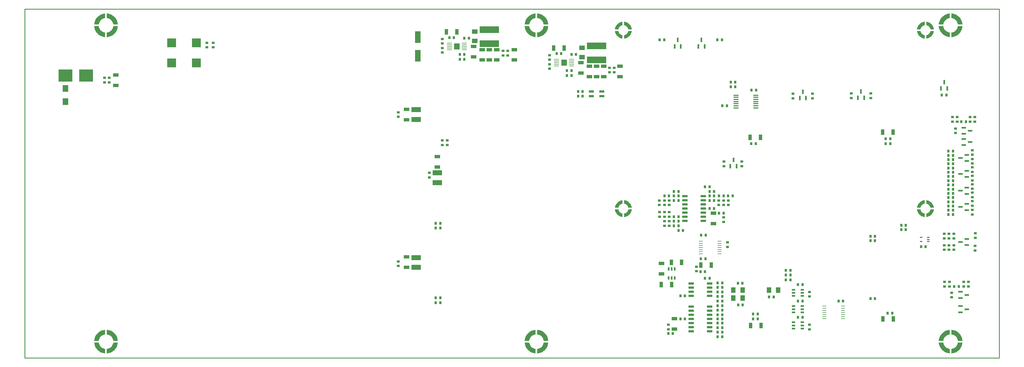
<source format=gtp>
G04 Layer_Color=10723209*
%FSLAX43Y43*%
%MOMM*%
G71*
G01*
G75*
%ADD10R,2.700X2.700*%
%ADD11O,0.800X0.400*%
%ADD13R,6.000X2.000*%
%ADD14R,1.000X0.600*%
%ADD15R,0.600X1.350*%
%ADD16R,1.800X1.340*%
%ADD17R,1.340X1.800*%
%ADD18R,1.800X2.000*%
%ADD19R,0.800X0.900*%
%ADD21R,4.240X3.810*%
%ADD22R,1.800X3.550*%
G04:AMPARAMS|DCode=24|XSize=0.65mm|YSize=1.65mm|CornerRadius=0.049mm|HoleSize=0mm|Usage=FLASHONLY|Rotation=270.000|XOffset=0mm|YOffset=0mm|HoleType=Round|Shape=RoundedRectangle|*
%AMROUNDEDRECTD24*
21,1,0.650,1.552,0,0,270.0*
21,1,0.552,1.650,0,0,270.0*
1,1,0.098,-0.776,-0.276*
1,1,0.098,-0.776,0.276*
1,1,0.098,0.776,0.276*
1,1,0.098,0.776,-0.276*
%
%ADD24ROUNDEDRECTD24*%
%ADD25R,2.900X1.500*%
%ADD26R,1.700X1.000*%
%ADD27R,1.600X0.800*%
G04:AMPARAMS|DCode=29|XSize=1.73mm|YSize=1.9mm|CornerRadius=0.052mm|HoleSize=0mm|Usage=FLASHONLY|Rotation=0.000|XOffset=0mm|YOffset=0mm|HoleType=Round|Shape=RoundedRectangle|*
%AMROUNDEDRECTD29*
21,1,1.730,1.796,0,0,0.0*
21,1,1.626,1.900,0,0,0.0*
1,1,0.104,0.813,-0.898*
1,1,0.104,-0.813,-0.898*
1,1,0.104,-0.813,0.898*
1,1,0.104,0.813,0.898*
%
%ADD29ROUNDEDRECTD29*%
%ADD30R,0.600X1.000*%
%ADD31R,0.900X0.800*%
%ADD32R,1.350X0.600*%
%ADD33R,1.000X1.700*%
%ADD42C,0.254*%
%ADD81O,1.300X0.250*%
G04:AMPARAMS|DCode=82|XSize=0.35mm|YSize=1.5mm|CornerRadius=0mm|HoleSize=0mm|Usage=FLASHONLY|Rotation=90.000|XOffset=0mm|YOffset=0mm|HoleType=Round|Shape=RoundedRectangle|*
%AMROUNDEDRECTD82*
21,1,0.350,1.500,0,0,90.0*
21,1,0.350,1.500,0,0,90.0*
1,1,0.000,0.750,0.175*
1,1,0.000,0.750,-0.175*
1,1,0.000,-0.750,-0.175*
1,1,0.000,-0.750,0.175*
%
%ADD82ROUNDEDRECTD82*%
G04:AMPARAMS|DCode=83|XSize=0.2mm|YSize=1.45mm|CornerRadius=0mm|HoleSize=0mm|Usage=FLASHONLY|Rotation=90.000|XOffset=0mm|YOffset=0mm|HoleType=Round|Shape=RoundedRectangle|*
%AMROUNDEDRECTD83*
21,1,0.200,1.450,0,0,90.0*
21,1,0.200,1.450,0,0,90.0*
1,1,0.000,0.725,0.100*
1,1,0.000,0.725,-0.100*
1,1,0.000,-0.725,-0.100*
1,1,0.000,-0.725,0.100*
%
%ADD83ROUNDEDRECTD83*%
G36*
X186838Y45750D02*
X186816Y45527D01*
X186697Y45094D01*
X186506Y44688D01*
X186247Y44320D01*
X185930Y44003D01*
X185562Y43744D01*
X185156Y43553D01*
X184723Y43434D01*
X184500Y43412D01*
X184500D01*
Y44471D01*
X184500Y44470D01*
X184618Y44494D01*
X184848Y44570D01*
X185062Y44680D01*
X185257Y44822D01*
X185428Y44993D01*
X185570Y45188D01*
X185680Y45402D01*
X185756Y45632D01*
X185780Y45750D01*
Y45750D01*
Y45750D01*
X186838Y45750D01*
D02*
G37*
G36*
X279838D02*
X279816Y45527D01*
X279697Y45094D01*
X279506Y44688D01*
X279247Y44320D01*
X278930Y44003D01*
X278562Y43744D01*
X278156Y43553D01*
X277723Y43434D01*
X277500Y43412D01*
X277500D01*
Y44471D01*
X277500Y44470D01*
X277618Y44494D01*
X277848Y44570D01*
X278062Y44680D01*
X278257Y44822D01*
X278428Y44993D01*
X278570Y45188D01*
X278680Y45402D01*
X278756Y45632D01*
X278780Y45750D01*
Y45750D01*
Y45750D01*
X279838Y45750D01*
D02*
G37*
G36*
X275720Y45750D02*
X275744Y45632D01*
X275820Y45402D01*
X275930Y45188D01*
X276072Y44993D01*
X276243Y44822D01*
X276438Y44680D01*
X276652Y44570D01*
X276882Y44494D01*
X277000Y44470D01*
X277000Y44470D01*
X277000D01*
X277000Y43412D01*
X276777Y43434D01*
X276344Y43553D01*
X275938Y43744D01*
X275570Y44003D01*
X275253Y44320D01*
X274994Y44688D01*
X274803Y45094D01*
X274684Y45527D01*
X274662Y45750D01*
Y45750D01*
X275721D01*
X275720Y45750D01*
D02*
G37*
G36*
X157250Y8641D02*
Y7236D01*
X157250D01*
Y7236D01*
X157063Y7207D01*
X156699Y7103D01*
X156358Y6938D01*
X156049Y6719D01*
X155781Y6452D01*
X155562Y6143D01*
X155398Y5801D01*
X155293Y5437D01*
X155264Y5250D01*
Y5250D01*
X153859D01*
X153874Y5468D01*
X153955Y5897D01*
X154087Y6313D01*
X154268Y6710D01*
X154495Y7083D01*
X154765Y7427D01*
X155074Y7735D01*
X155417Y8005D01*
X155790Y8232D01*
X156187Y8413D01*
X156603Y8545D01*
X157032Y8626D01*
X157250Y8641D01*
D01*
X157250D01*
X157250D01*
D02*
G37*
G36*
X182720Y45750D02*
X182744Y45632D01*
X182820Y45402D01*
X182930Y45188D01*
X183072Y44993D01*
X183243Y44822D01*
X183438Y44680D01*
X183652Y44570D01*
X183882Y44494D01*
X184000Y44470D01*
X184000Y44470D01*
X184000D01*
X184000Y43412D01*
X183777Y43434D01*
X183344Y43553D01*
X182938Y43744D01*
X182570Y44003D01*
X182253Y44320D01*
X181994Y44688D01*
X181803Y45094D01*
X181684Y45527D01*
X181662Y45750D01*
Y45750D01*
X182721D01*
X182720Y45750D01*
D02*
G37*
G36*
X277000Y47529D02*
X277000Y47530D01*
X276882Y47506D01*
X276652Y47430D01*
X276438Y47320D01*
X276243Y47178D01*
X276072Y47007D01*
X275930Y46812D01*
X275820Y46598D01*
X275744Y46368D01*
X275720Y46250D01*
X275720D01*
Y46250D01*
X274662D01*
X274684Y46473D01*
X274803Y46906D01*
X274994Y47312D01*
X275253Y47680D01*
X275570Y47997D01*
X275938Y48256D01*
X276344Y48447D01*
X276777Y48566D01*
X277000Y48588D01*
Y48588D01*
X277000D01*
Y47529D01*
D02*
G37*
G36*
X182720Y100750D02*
X182744Y100632D01*
X182820Y100402D01*
X182930Y100188D01*
X183072Y99993D01*
X183243Y99822D01*
X183438Y99680D01*
X183652Y99570D01*
X183882Y99494D01*
X184000Y99470D01*
X184000Y99470D01*
X184000D01*
X184000Y98412D01*
X183777Y98434D01*
X183344Y98553D01*
X182938Y98744D01*
X182570Y99003D01*
X182253Y99320D01*
X181994Y99687D01*
X181803Y100094D01*
X181684Y100527D01*
X181662Y100750D01*
Y100750D01*
X182721D01*
X182720Y100750D01*
D02*
G37*
G36*
X184000Y47529D02*
X184000Y47530D01*
X183882Y47506D01*
X183652Y47430D01*
X183438Y47320D01*
X183243Y47178D01*
X183072Y47007D01*
X182930Y46812D01*
X182820Y46598D01*
X182744Y46368D01*
X182720Y46250D01*
X182720D01*
Y46250D01*
X181662D01*
X181684Y46473D01*
X181803Y46906D01*
X181994Y47312D01*
X182253Y47680D01*
X182570Y47997D01*
X182938Y48256D01*
X183344Y48447D01*
X183777Y48566D01*
X184000Y48588D01*
Y48588D01*
X184000D01*
Y47529D01*
D02*
G37*
G36*
X184723Y48566D02*
X185156Y48447D01*
X185562Y48256D01*
X185930Y47997D01*
X186247Y47680D01*
X186506Y47312D01*
X186697Y46906D01*
X186816Y46473D01*
X186838Y46250D01*
X186838Y46250D01*
Y46250D01*
X185779D01*
X185780Y46250D01*
X185756Y46368D01*
X185680Y46598D01*
X185570Y46812D01*
X185428Y47007D01*
X185257Y47178D01*
X185062Y47320D01*
X184848Y47430D01*
X184618Y47506D01*
X184500Y47530D01*
X184500D01*
Y48588D01*
X184723Y48566D01*
D02*
G37*
G36*
X277723D02*
X278156Y48447D01*
X278562Y48256D01*
X278930Y47997D01*
X279247Y47680D01*
X279506Y47312D01*
X279697Y46906D01*
X279816Y46473D01*
X279838Y46250D01*
X279838Y46250D01*
Y46250D01*
X278779D01*
X278780Y46250D01*
X278756Y46368D01*
X278680Y46598D01*
X278570Y46812D01*
X278428Y47007D01*
X278257Y47178D01*
X278062Y47320D01*
X277848Y47430D01*
X277618Y47506D01*
X277500Y47530D01*
X277500D01*
Y48588D01*
X277723Y48566D01*
D02*
G37*
G36*
X157968Y8626D02*
X158397Y8545D01*
X158813Y8413D01*
X159210Y8232D01*
X159583Y8005D01*
X159927Y7735D01*
X160235Y7426D01*
X160505Y7083D01*
X160732Y6710D01*
X160913Y6313D01*
X161045Y5897D01*
X161126Y5468D01*
X161141Y5250D01*
D01*
Y5250D01*
Y5250D01*
X159736D01*
Y5250D01*
X159736Y5250D01*
X159707Y5437D01*
X159603Y5801D01*
X159438Y6142D01*
X159219Y6451D01*
X158952Y6719D01*
X158643Y6938D01*
X158301Y7102D01*
X157937Y7207D01*
X157750Y7236D01*
X157750Y7236D01*
Y8641D01*
X157968Y8626D01*
D02*
G37*
G36*
X22793Y4563D02*
X22897Y4199D01*
X23062Y3858D01*
X23281Y3549D01*
X23548Y3281D01*
X23857Y3062D01*
X24199Y2898D01*
X24563Y2793D01*
X24750Y2764D01*
X24750D01*
Y1359D01*
X24750Y1359D01*
X24532Y1374D01*
X24103Y1455D01*
X23687Y1587D01*
X23290Y1768D01*
X22917Y1995D01*
X22573Y2265D01*
X22265Y2573D01*
X21995Y2917D01*
X21768Y3290D01*
X21587Y3687D01*
X21455Y4103D01*
X21374Y4532D01*
X21359Y4750D01*
X21359Y4750D01*
X22764D01*
Y4750D01*
X22793Y4563D01*
D02*
G37*
G36*
X282793D02*
X282897Y4199D01*
X283062Y3858D01*
X283281Y3549D01*
X283548Y3281D01*
X283857Y3062D01*
X284199Y2898D01*
X284563Y2793D01*
X284750Y2764D01*
X284750D01*
Y1359D01*
X284750Y1359D01*
X284532Y1374D01*
X284103Y1455D01*
X283687Y1587D01*
X283290Y1768D01*
X282917Y1995D01*
X282573Y2265D01*
X282265Y2573D01*
X281995Y2917D01*
X281768Y3290D01*
X281587Y3687D01*
X281455Y4103D01*
X281374Y4532D01*
X281359Y4750D01*
X281359Y4750D01*
X282764D01*
Y4750D01*
X282793Y4563D01*
D02*
G37*
G36*
X161141Y4750D02*
X161126Y4532D01*
X161045Y4103D01*
X160913Y3687D01*
X160732Y3290D01*
X160505Y2917D01*
X160235Y2573D01*
X159926Y2265D01*
X159583Y1995D01*
X159210Y1768D01*
X158813Y1587D01*
X158397Y1455D01*
X157968Y1374D01*
X157750Y1359D01*
X157750Y1359D01*
Y2764D01*
X157750D01*
X157937Y2793D01*
X158301Y2897D01*
X158642Y3062D01*
X158951Y3281D01*
X159219Y3548D01*
X159438Y3857D01*
X159602Y4199D01*
X159707Y4563D01*
X159736Y4750D01*
X159736Y4750D01*
X161141D01*
Y4750D01*
D02*
G37*
G36*
X28641Y4750D02*
X28626Y4532D01*
X28545Y4103D01*
X28413Y3687D01*
X28232Y3290D01*
X28005Y2917D01*
X27735Y2573D01*
X27427Y2265D01*
X27083Y1995D01*
X26710Y1768D01*
X26313Y1587D01*
X25897Y1455D01*
X25468Y1373D01*
X25250Y1359D01*
X25250Y1359D01*
Y2764D01*
X25250D01*
X25437Y2793D01*
X25801Y2897D01*
X26142Y3062D01*
X26451Y3281D01*
X26719Y3548D01*
X26938Y3857D01*
X27102Y4199D01*
X27207Y4563D01*
X27236Y4750D01*
X27236Y4750D01*
X28641D01*
Y4750D01*
D02*
G37*
G36*
X288641D02*
X288626Y4532D01*
X288545Y4103D01*
X288413Y3687D01*
X288232Y3290D01*
X288005Y2917D01*
X287735Y2573D01*
X287427Y2265D01*
X287083Y1995D01*
X286710Y1768D01*
X286313Y1587D01*
X285897Y1455D01*
X285468Y1373D01*
X285250Y1359D01*
X285250Y1359D01*
Y2764D01*
X285250D01*
X285437Y2793D01*
X285801Y2897D01*
X286142Y3062D01*
X286451Y3281D01*
X286719Y3548D01*
X286938Y3857D01*
X287102Y4199D01*
X287207Y4563D01*
X287236Y4750D01*
X287236Y4750D01*
X288641D01*
Y4750D01*
D02*
G37*
G36*
X24750Y8641D02*
Y7236D01*
X24750D01*
Y7236D01*
X24563Y7207D01*
X24199Y7102D01*
X23858Y6938D01*
X23549Y6719D01*
X23281Y6452D01*
X23062Y6143D01*
X22898Y5801D01*
X22793Y5437D01*
X22764Y5250D01*
Y5250D01*
X21359D01*
X21374Y5468D01*
X21455Y5897D01*
X21587Y6313D01*
X21768Y6710D01*
X21995Y7083D01*
X22265Y7427D01*
X22573Y7735D01*
X22917Y8005D01*
X23290Y8232D01*
X23687Y8413D01*
X24103Y8545D01*
X24532Y8626D01*
X24750Y8641D01*
D01*
X24750D01*
X24750D01*
D02*
G37*
G36*
X284750D02*
Y7236D01*
X284750D01*
Y7236D01*
X284563Y7207D01*
X284199Y7102D01*
X283858Y6938D01*
X283549Y6719D01*
X283281Y6452D01*
X283062Y6143D01*
X282898Y5801D01*
X282793Y5437D01*
X282764Y5250D01*
Y5250D01*
X281359D01*
X281374Y5468D01*
X281455Y5897D01*
X281587Y6313D01*
X281768Y6710D01*
X281995Y7083D01*
X282265Y7427D01*
X282573Y7735D01*
X282917Y8005D01*
X283290Y8232D01*
X283687Y8413D01*
X284103Y8545D01*
X284532Y8626D01*
X284750Y8641D01*
D01*
X284750D01*
X284750D01*
D02*
G37*
G36*
X285468Y8626D02*
X285897Y8545D01*
X286313Y8413D01*
X286710Y8232D01*
X287083Y8005D01*
X287427Y7735D01*
X287735Y7426D01*
X288005Y7083D01*
X288232Y6710D01*
X288413Y6313D01*
X288545Y5897D01*
X288626Y5468D01*
X288641Y5250D01*
D01*
Y5250D01*
Y5250D01*
X287236D01*
Y5250D01*
X287236Y5250D01*
X287207Y5437D01*
X287103Y5801D01*
X286938Y6142D01*
X286719Y6451D01*
X286452Y6719D01*
X286143Y6938D01*
X285801Y7102D01*
X285437Y7207D01*
X285250Y7236D01*
X285250Y7236D01*
Y8641D01*
X285468Y8626D01*
D02*
G37*
G36*
X155293Y4563D02*
X155397Y4199D01*
X155562Y3858D01*
X155781Y3549D01*
X156048Y3281D01*
X156357Y3062D01*
X156699Y2898D01*
X157063Y2793D01*
X157250Y2764D01*
X157250D01*
Y1359D01*
X157250Y1359D01*
X157032Y1374D01*
X156603Y1455D01*
X156187Y1587D01*
X155790Y1768D01*
X155417Y1995D01*
X155073Y2265D01*
X154765Y2573D01*
X154495Y2917D01*
X154268Y3290D01*
X154087Y3687D01*
X153955Y4103D01*
X153874Y4532D01*
X153859Y4750D01*
X153859Y4750D01*
X155264D01*
Y4750D01*
X155293Y4563D01*
D02*
G37*
G36*
X25468Y8626D02*
X25897Y8545D01*
X26313Y8413D01*
X26710Y8232D01*
X27083Y8005D01*
X27427Y7735D01*
X27735Y7426D01*
X28005Y7083D01*
X28232Y6710D01*
X28413Y6313D01*
X28545Y5897D01*
X28626Y5468D01*
X28641Y5250D01*
D01*
Y5250D01*
Y5250D01*
X27236D01*
Y5250D01*
X27236Y5250D01*
X27207Y5437D01*
X27103Y5801D01*
X26938Y6142D01*
X26719Y6451D01*
X26452Y6719D01*
X26143Y6938D01*
X25801Y7102D01*
X25437Y7207D01*
X25250Y7236D01*
X25250Y7236D01*
Y8641D01*
X25468Y8626D01*
D02*
G37*
G36*
X275720Y100750D02*
X275744Y100632D01*
X275820Y100402D01*
X275930Y100188D01*
X276072Y99993D01*
X276243Y99822D01*
X276438Y99680D01*
X276652Y99570D01*
X276882Y99494D01*
X277000Y99470D01*
X277000Y99470D01*
X277000D01*
X277000Y98412D01*
X276777Y98434D01*
X276344Y98553D01*
X275938Y98744D01*
X275570Y99003D01*
X275253Y99320D01*
X274994Y99687D01*
X274803Y100094D01*
X274684Y100527D01*
X274662Y100750D01*
Y100750D01*
X275721D01*
X275720Y100750D01*
D02*
G37*
G36*
X285468Y106126D02*
X285897Y106045D01*
X286313Y105913D01*
X286710Y105732D01*
X287083Y105505D01*
X287427Y105235D01*
X287735Y104926D01*
X288005Y104583D01*
X288232Y104210D01*
X288413Y103813D01*
X288545Y103397D01*
X288626Y102968D01*
X288641Y102750D01*
D01*
Y102750D01*
Y102750D01*
X287236D01*
Y102750D01*
X287236Y102750D01*
X287207Y102937D01*
X287103Y103301D01*
X286938Y103642D01*
X286719Y103951D01*
X286452Y104219D01*
X286143Y104438D01*
X285801Y104602D01*
X285437Y104707D01*
X285250Y104736D01*
X285250Y104736D01*
Y106141D01*
X285468Y106126D01*
D02*
G37*
G36*
X24750Y104736D02*
X24750D01*
Y104736D01*
X24563Y104707D01*
X24199Y104603D01*
X23858Y104438D01*
X23549Y104219D01*
X23281Y103952D01*
X23062Y103643D01*
X22898Y103301D01*
X22793Y102937D01*
X22764Y102750D01*
Y102750D01*
X21359D01*
X21374Y102968D01*
X21455Y103397D01*
X21587Y103813D01*
X21768Y104210D01*
X21995Y104583D01*
X22265Y104927D01*
X22573Y105235D01*
X22917Y105505D01*
X23290Y105732D01*
X23687Y105913D01*
X24103Y106045D01*
X24532Y106126D01*
X24750Y106141D01*
Y104736D01*
D02*
G37*
G36*
X157968Y106126D02*
X158397Y106045D01*
X158813Y105913D01*
X159210Y105732D01*
X159583Y105505D01*
X159927Y105235D01*
X160235Y104926D01*
X160505Y104583D01*
X160732Y104210D01*
X160913Y103813D01*
X161045Y103397D01*
X161126Y102968D01*
X161141Y102750D01*
D01*
Y102750D01*
Y102750D01*
X159736D01*
Y102750D01*
X159736Y102750D01*
X159707Y102937D01*
X159603Y103301D01*
X159438Y103642D01*
X159219Y103951D01*
X158952Y104219D01*
X158643Y104438D01*
X158301Y104602D01*
X157937Y104707D01*
X157750Y104736D01*
X157750Y104736D01*
Y106141D01*
X157968Y106126D01*
D02*
G37*
G36*
X277000Y102529D02*
X277000Y102530D01*
X276882Y102506D01*
X276652Y102430D01*
X276438Y102320D01*
X276243Y102178D01*
X276072Y102007D01*
X275930Y101812D01*
X275820Y101598D01*
X275744Y101368D01*
X275720Y101250D01*
X275720D01*
Y101250D01*
X274662D01*
X274684Y101473D01*
X274803Y101906D01*
X274994Y102312D01*
X275253Y102680D01*
X275570Y102997D01*
X275938Y103256D01*
X276344Y103447D01*
X276777Y103566D01*
X277000Y103588D01*
Y103588D01*
X277000D01*
Y102529D01*
D02*
G37*
G36*
X25468Y106126D02*
X25897Y106045D01*
X26313Y105913D01*
X26710Y105732D01*
X27083Y105505D01*
X27427Y105235D01*
X27735Y104926D01*
X28005Y104583D01*
X28232Y104210D01*
X28413Y103813D01*
X28545Y103397D01*
X28626Y102968D01*
X28641Y102750D01*
D01*
Y102750D01*
Y102750D01*
X27236D01*
Y102750D01*
X27236Y102750D01*
X27207Y102937D01*
X27103Y103301D01*
X26938Y103642D01*
X26719Y103951D01*
X26452Y104219D01*
X26143Y104438D01*
X25801Y104602D01*
X25437Y104707D01*
X25250Y104736D01*
X25250Y104736D01*
Y106141D01*
X25468Y106126D01*
D02*
G37*
G36*
X157250Y106141D02*
D01*
X157250D01*
X157250D01*
D02*
G37*
G36*
X284750D02*
D01*
X284750D01*
X284750D01*
D02*
G37*
G36*
X24750D02*
D01*
X24750D01*
X24750D01*
D02*
G37*
G36*
X157250Y104736D02*
X157250D01*
Y104736D01*
X157063Y104707D01*
X156699Y104603D01*
X156358Y104438D01*
X156049Y104219D01*
X155781Y103952D01*
X155562Y103643D01*
X155398Y103301D01*
X155293Y102937D01*
X155264Y102750D01*
Y102750D01*
X153859D01*
X153874Y102968D01*
X153955Y103397D01*
X154087Y103813D01*
X154268Y104210D01*
X154495Y104583D01*
X154765Y104927D01*
X155074Y105235D01*
X155417Y105505D01*
X155790Y105732D01*
X156187Y105913D01*
X156603Y106045D01*
X157032Y106126D01*
X157250Y106141D01*
Y104736D01*
D02*
G37*
G36*
X284750D02*
X284750D01*
Y104736D01*
X284563Y104707D01*
X284199Y104603D01*
X283858Y104438D01*
X283549Y104219D01*
X283281Y103952D01*
X283062Y103643D01*
X282898Y103301D01*
X282793Y102937D01*
X282764Y102750D01*
Y102750D01*
X281359D01*
X281374Y102968D01*
X281455Y103397D01*
X281587Y103813D01*
X281768Y104210D01*
X281995Y104583D01*
X282265Y104927D01*
X282573Y105235D01*
X282917Y105505D01*
X283290Y105732D01*
X283687Y105913D01*
X284103Y106045D01*
X284532Y106126D01*
X284750Y106141D01*
Y104736D01*
D02*
G37*
G36*
X184000Y102529D02*
X184000Y102530D01*
X183882Y102506D01*
X183652Y102430D01*
X183438Y102320D01*
X183243Y102178D01*
X183072Y102007D01*
X182930Y101812D01*
X182820Y101598D01*
X182744Y101368D01*
X182720Y101250D01*
X182720D01*
Y101250D01*
X181662D01*
X181684Y101473D01*
X181803Y101906D01*
X181994Y102312D01*
X182253Y102680D01*
X182570Y102997D01*
X182938Y103256D01*
X183344Y103447D01*
X183777Y103566D01*
X184000Y103588D01*
Y103588D01*
X184000D01*
Y102529D01*
D02*
G37*
G36*
X186838Y100750D02*
X186816Y100527D01*
X186697Y100094D01*
X186506Y99688D01*
X186247Y99320D01*
X185930Y99003D01*
X185562Y98744D01*
X185156Y98553D01*
X184723Y98434D01*
X184500Y98412D01*
X184500D01*
Y99471D01*
X184500Y99470D01*
X184618Y99494D01*
X184848Y99570D01*
X185062Y99680D01*
X185257Y99822D01*
X185428Y99993D01*
X185570Y100188D01*
X185680Y100402D01*
X185756Y100632D01*
X185780Y100750D01*
Y100750D01*
Y100750D01*
X186838Y100750D01*
D02*
G37*
G36*
X279838D02*
X279816Y100527D01*
X279697Y100094D01*
X279506Y99688D01*
X279247Y99320D01*
X278930Y99003D01*
X278562Y98744D01*
X278156Y98553D01*
X277723Y98434D01*
X277500Y98412D01*
X277500D01*
Y99471D01*
X277500Y99470D01*
X277618Y99494D01*
X277848Y99570D01*
X278062Y99680D01*
X278257Y99822D01*
X278428Y99993D01*
X278570Y100188D01*
X278680Y100402D01*
X278756Y100632D01*
X278780Y100750D01*
Y100750D01*
Y100750D01*
X279838Y100750D01*
D02*
G37*
G36*
X288641Y102250D02*
X288626Y102032D01*
X288545Y101603D01*
X288413Y101187D01*
X288232Y100790D01*
X288005Y100417D01*
X287735Y100073D01*
X287427Y99765D01*
X287083Y99495D01*
X286710Y99268D01*
X286313Y99087D01*
X285897Y98955D01*
X285468Y98874D01*
X285250Y98859D01*
X285250Y98859D01*
Y100264D01*
X285250D01*
X285437Y100293D01*
X285801Y100397D01*
X286142Y100562D01*
X286451Y100781D01*
X286719Y101048D01*
X286938Y101357D01*
X287102Y101699D01*
X287207Y102063D01*
X287236Y102250D01*
X287236Y102250D01*
X288641D01*
Y102250D01*
D02*
G37*
G36*
X28641D02*
X28626Y102032D01*
X28545Y101603D01*
X28413Y101187D01*
X28232Y100790D01*
X28005Y100417D01*
X27735Y100073D01*
X27427Y99765D01*
X27083Y99495D01*
X26710Y99268D01*
X26313Y99087D01*
X25897Y98955D01*
X25468Y98874D01*
X25250Y98859D01*
X25250Y98859D01*
Y100264D01*
X25250D01*
X25437Y100293D01*
X25801Y100397D01*
X26142Y100562D01*
X26451Y100781D01*
X26719Y101048D01*
X26938Y101357D01*
X27102Y101699D01*
X27207Y102063D01*
X27236Y102250D01*
X27236Y102250D01*
X28641D01*
Y102250D01*
D02*
G37*
G36*
X161141D02*
X161126Y102032D01*
X161045Y101603D01*
X160913Y101187D01*
X160732Y100790D01*
X160505Y100417D01*
X160235Y100073D01*
X159926Y99765D01*
X159583Y99495D01*
X159210Y99268D01*
X158813Y99087D01*
X158397Y98955D01*
X157968Y98874D01*
X157750Y98859D01*
X157750Y98859D01*
Y100264D01*
X157750D01*
X157937Y100293D01*
X158301Y100397D01*
X158642Y100562D01*
X158951Y100781D01*
X159219Y101048D01*
X159438Y101357D01*
X159602Y101699D01*
X159707Y102063D01*
X159736Y102250D01*
X159736Y102250D01*
X161141D01*
Y102250D01*
D02*
G37*
G36*
X155293Y102063D02*
X155397Y101699D01*
X155562Y101358D01*
X155781Y101049D01*
X156048Y100781D01*
X156357Y100562D01*
X156699Y100398D01*
X157063Y100293D01*
X157250Y100264D01*
X157250D01*
Y98859D01*
X157250Y98859D01*
X157032Y98874D01*
X156603Y98955D01*
X156187Y99087D01*
X155790Y99268D01*
X155417Y99495D01*
X155073Y99765D01*
X154765Y100074D01*
X154495Y100417D01*
X154268Y100790D01*
X154087Y101187D01*
X153955Y101603D01*
X153874Y102032D01*
X153859Y102250D01*
X153859Y102250D01*
X155264D01*
Y102250D01*
X155293Y102063D01*
D02*
G37*
G36*
X282793D02*
X282897Y101699D01*
X283062Y101358D01*
X283281Y101049D01*
X283548Y100781D01*
X283857Y100562D01*
X284199Y100398D01*
X284563Y100293D01*
X284750Y100264D01*
X284750D01*
Y98859D01*
X284750Y98859D01*
X284532Y98874D01*
X284103Y98955D01*
X283687Y99087D01*
X283290Y99268D01*
X282917Y99495D01*
X282573Y99765D01*
X282265Y100074D01*
X281995Y100417D01*
X281768Y100790D01*
X281587Y101187D01*
X281455Y101603D01*
X281374Y102032D01*
X281359Y102250D01*
X281359Y102250D01*
X282764D01*
Y102250D01*
X282793Y102063D01*
D02*
G37*
G36*
X22793D02*
X22897Y101699D01*
X23062Y101358D01*
X23281Y101049D01*
X23548Y100781D01*
X23857Y100562D01*
X24199Y100398D01*
X24563Y100293D01*
X24750Y100264D01*
X24750D01*
Y98859D01*
X24750Y98859D01*
X24532Y98874D01*
X24103Y98955D01*
X23687Y99087D01*
X23290Y99268D01*
X22917Y99495D01*
X22573Y99765D01*
X22265Y100074D01*
X21995Y100417D01*
X21768Y100790D01*
X21587Y101187D01*
X21455Y101603D01*
X21374Y102032D01*
X21359Y102250D01*
X21359Y102250D01*
X22764D01*
Y102250D01*
X22793Y102063D01*
D02*
G37*
G36*
X184723Y103566D02*
X185156Y103447D01*
X185562Y103256D01*
X185930Y102997D01*
X186247Y102680D01*
X186506Y102312D01*
X186697Y101906D01*
X186816Y101473D01*
X186838Y101250D01*
X186838Y101250D01*
Y101250D01*
X185779D01*
X185780Y101250D01*
X185756Y101368D01*
X185680Y101598D01*
X185570Y101812D01*
X185428Y102007D01*
X185257Y102178D01*
X185062Y102320D01*
X184848Y102430D01*
X184618Y102506D01*
X184500Y102530D01*
X184500D01*
Y103588D01*
X184723Y103566D01*
D02*
G37*
G36*
X277723D02*
X278156Y103447D01*
X278562Y103256D01*
X278930Y102997D01*
X279247Y102680D01*
X279506Y102312D01*
X279697Y101906D01*
X279816Y101473D01*
X279838Y101250D01*
X279838Y101250D01*
Y101250D01*
X278779D01*
X278780Y101250D01*
X278756Y101368D01*
X278680Y101598D01*
X278570Y101812D01*
X278428Y102007D01*
X278257Y102178D01*
X278062Y102320D01*
X277848Y102430D01*
X277618Y102506D01*
X277500Y102530D01*
X277500D01*
Y103588D01*
X277723Y103566D01*
D02*
G37*
D10*
X45190Y90890D02*
D03*
X52810D02*
D03*
Y97110D02*
D03*
X45190D02*
D03*
D11*
X278100Y37150D02*
D03*
X275900D02*
D03*
Y35850D02*
D03*
X278100Y36500D02*
D03*
Y35850D02*
D03*
D13*
X143000Y96850D02*
D03*
Y101150D02*
D03*
X176000Y91850D02*
D03*
Y96150D02*
D03*
D14*
X239376Y21000D02*
D03*
Y20050D02*
D03*
Y19100D02*
D03*
X236626D02*
D03*
Y20050D02*
D03*
Y21000D02*
D03*
X239375Y10950D02*
D03*
Y10000D02*
D03*
Y9050D02*
D03*
X236625D02*
D03*
Y10000D02*
D03*
Y10950D02*
D03*
X239375Y15950D02*
D03*
Y15000D02*
D03*
Y14050D02*
D03*
X236625D02*
D03*
Y15000D02*
D03*
Y15950D02*
D03*
D15*
X217180Y59095D02*
D03*
X219080D02*
D03*
X218130Y61045D02*
D03*
X239500Y81975D02*
D03*
X240450Y80025D02*
D03*
X238550D02*
D03*
X283000Y84975D02*
D03*
X283950Y83025D02*
D03*
X282050D02*
D03*
X256450Y80125D02*
D03*
X258350D02*
D03*
X257400Y82075D02*
D03*
X200050Y96025D02*
D03*
X201950D02*
D03*
X201000Y97975D02*
D03*
X207350Y96025D02*
D03*
X209250D02*
D03*
X208300Y97975D02*
D03*
D16*
X138500Y97670D02*
D03*
Y100530D02*
D03*
X171500Y92670D02*
D03*
Y95530D02*
D03*
D17*
X218070Y18400D02*
D03*
X220930D02*
D03*
X231930Y20900D02*
D03*
X229070D02*
D03*
X220930D02*
D03*
X218070D02*
D03*
D18*
X12500Y79000D02*
D03*
Y83000D02*
D03*
D19*
X261700Y36100D02*
D03*
X260300D02*
D03*
X215100Y44600D02*
D03*
X213700D02*
D03*
X251900Y17500D02*
D03*
X250500D02*
D03*
X283700Y81000D02*
D03*
X282300D02*
D03*
X287500Y22000D02*
D03*
X286100D02*
D03*
X277300Y34300D02*
D03*
X275900D02*
D03*
X265600Y13800D02*
D03*
X267000D02*
D03*
X225000Y66000D02*
D03*
X223600D02*
D03*
X266400D02*
D03*
X265000D02*
D03*
X224200Y13500D02*
D03*
X225600D02*
D03*
X210800Y51300D02*
D03*
X212200D02*
D03*
X127900Y40000D02*
D03*
X126500D02*
D03*
X201200Y51300D02*
D03*
X199800D02*
D03*
X127900Y17000D02*
D03*
X126500D02*
D03*
X201200Y40700D02*
D03*
X199800D02*
D03*
X234300Y24000D02*
D03*
X235700D02*
D03*
X214700Y12000D02*
D03*
X213300D02*
D03*
X201800Y19100D02*
D03*
X203200D02*
D03*
X238000Y12500D02*
D03*
X239400D02*
D03*
X213200Y98000D02*
D03*
X214600D02*
D03*
X261700Y18300D02*
D03*
X260300D02*
D03*
X219600Y16300D02*
D03*
X221000D02*
D03*
X219500Y23000D02*
D03*
X220900D02*
D03*
X230500Y18800D02*
D03*
X229100D02*
D03*
X288300Y72800D02*
D03*
X289700D02*
D03*
X284300Y44200D02*
D03*
X285700D02*
D03*
X284300Y48100D02*
D03*
X285700D02*
D03*
X284300Y49400D02*
D03*
X285700D02*
D03*
X284300Y53300D02*
D03*
X285700D02*
D03*
X284300Y54600D02*
D03*
X285700D02*
D03*
X284300Y58500D02*
D03*
X285700D02*
D03*
X284300Y59800D02*
D03*
X285700D02*
D03*
X284300Y63700D02*
D03*
X285700D02*
D03*
Y62400D02*
D03*
X284300D02*
D03*
X285700Y61100D02*
D03*
X284300D02*
D03*
X285700Y57200D02*
D03*
X284300D02*
D03*
X285700Y55900D02*
D03*
X284300D02*
D03*
X214700Y16100D02*
D03*
X213300D02*
D03*
Y13300D02*
D03*
X214700D02*
D03*
X214700Y21700D02*
D03*
X213300D02*
D03*
Y18900D02*
D03*
X214700D02*
D03*
X214700Y7900D02*
D03*
X213300D02*
D03*
Y10700D02*
D03*
X214700D02*
D03*
X203200Y12000D02*
D03*
X201800D02*
D03*
X208200Y37800D02*
D03*
X209600D02*
D03*
X196900Y49900D02*
D03*
X198300D02*
D03*
X215100D02*
D03*
X213700D02*
D03*
X208000Y26600D02*
D03*
X209400D02*
D03*
X208100Y30500D02*
D03*
X209500D02*
D03*
X210800Y46000D02*
D03*
X212200D02*
D03*
X225600Y12000D02*
D03*
X224200D02*
D03*
X265000Y67500D02*
D03*
X266400D02*
D03*
X239400Y22600D02*
D03*
X238000D02*
D03*
X168300Y93500D02*
D03*
X169700D02*
D03*
X163700Y93800D02*
D03*
X165100D02*
D03*
X135300Y98500D02*
D03*
X136700D02*
D03*
X132100Y98700D02*
D03*
X130700D02*
D03*
X195400Y98000D02*
D03*
X196800D02*
D03*
X225100Y82500D02*
D03*
X223700D02*
D03*
X198100Y7500D02*
D03*
X199500D02*
D03*
X214700Y17500D02*
D03*
X213300D02*
D03*
Y14700D02*
D03*
X214700D02*
D03*
X214700Y23100D02*
D03*
X213300D02*
D03*
Y20300D02*
D03*
X214700D02*
D03*
X214700Y6500D02*
D03*
X213300D02*
D03*
X213300Y9300D02*
D03*
X214700D02*
D03*
X199800Y42100D02*
D03*
X201200D02*
D03*
Y43500D02*
D03*
X199800D02*
D03*
X126500Y18500D02*
D03*
X127900D02*
D03*
X199800Y49900D02*
D03*
X201200D02*
D03*
Y48500D02*
D03*
X199800D02*
D03*
X126500Y41500D02*
D03*
X127900D02*
D03*
X216500Y49900D02*
D03*
X217900D02*
D03*
X212200D02*
D03*
X210800D02*
D03*
Y48500D02*
D03*
X212200D02*
D03*
X166900Y87000D02*
D03*
X168300D02*
D03*
Y88500D02*
D03*
X166900D02*
D03*
X133900Y92000D02*
D03*
X135300D02*
D03*
Y93500D02*
D03*
X133900D02*
D03*
X284300Y45500D02*
D03*
X285700D02*
D03*
X284300Y46800D02*
D03*
X285700D02*
D03*
X284300Y50700D02*
D03*
X285700D02*
D03*
X284300Y52000D02*
D03*
X285700D02*
D03*
X210800Y24500D02*
D03*
X209400D02*
D03*
X202600Y39300D02*
D03*
X201200D02*
D03*
X209400Y52700D02*
D03*
X210800D02*
D03*
X239400Y17500D02*
D03*
X238000D02*
D03*
X234300Y27000D02*
D03*
X235700D02*
D03*
Y25500D02*
D03*
X234300D02*
D03*
X171700Y82100D02*
D03*
X170300D02*
D03*
X171700Y80700D02*
D03*
X170300D02*
D03*
X214700Y77700D02*
D03*
X216100D02*
D03*
X217300Y83500D02*
D03*
X218700D02*
D03*
X217300Y85000D02*
D03*
X218700D02*
D03*
X271200Y40900D02*
D03*
X269800D02*
D03*
X260300Y37500D02*
D03*
X261700D02*
D03*
X269800Y39500D02*
D03*
X271200D02*
D03*
D21*
X18885Y87000D02*
D03*
X12515D02*
D03*
D22*
X121000Y93125D02*
D03*
Y98875D02*
D03*
D24*
X203175Y49810D02*
D03*
Y48540D02*
D03*
Y47270D02*
D03*
Y46000D02*
D03*
Y44730D02*
D03*
Y43460D02*
D03*
Y42190D02*
D03*
X208825Y49810D02*
D03*
Y48540D02*
D03*
Y47270D02*
D03*
Y46000D02*
D03*
Y44730D02*
D03*
Y43460D02*
D03*
Y42190D02*
D03*
X210825Y19095D02*
D03*
Y20365D02*
D03*
Y21635D02*
D03*
Y22905D02*
D03*
X205175Y19095D02*
D03*
Y20365D02*
D03*
Y21635D02*
D03*
Y22905D02*
D03*
X210825Y8190D02*
D03*
Y9460D02*
D03*
Y10730D02*
D03*
Y12000D02*
D03*
Y13270D02*
D03*
Y14540D02*
D03*
Y15810D02*
D03*
X205175Y8190D02*
D03*
Y9460D02*
D03*
Y10730D02*
D03*
Y12000D02*
D03*
Y13270D02*
D03*
Y14540D02*
D03*
Y15810D02*
D03*
D25*
X120500Y30900D02*
D03*
Y27900D02*
D03*
Y76500D02*
D03*
Y73500D02*
D03*
X127000Y54000D02*
D03*
Y57000D02*
D03*
D26*
X145300Y91800D02*
D03*
Y95000D02*
D03*
X150700Y91800D02*
D03*
Y95000D02*
D03*
X196000Y29100D02*
D03*
Y25900D02*
D03*
X200000Y12100D02*
D03*
Y8900D02*
D03*
X117500Y31100D02*
D03*
Y27900D02*
D03*
X127000Y62000D02*
D03*
Y58800D02*
D03*
X117500Y76600D02*
D03*
Y73400D02*
D03*
X212000Y41400D02*
D03*
Y44600D02*
D03*
X28000Y84000D02*
D03*
Y87200D02*
D03*
X173800Y86700D02*
D03*
Y89900D02*
D03*
X176000Y86700D02*
D03*
Y89900D02*
D03*
X178200Y86700D02*
D03*
Y89900D02*
D03*
X140800Y91800D02*
D03*
Y95000D02*
D03*
X143000Y91800D02*
D03*
Y95000D02*
D03*
X171200Y87800D02*
D03*
Y91000D02*
D03*
X138200Y92800D02*
D03*
Y96000D02*
D03*
X183200Y89900D02*
D03*
Y86700D02*
D03*
D27*
X174400Y80700D02*
D03*
X177600D02*
D03*
X174400Y82100D02*
D03*
X177600D02*
D03*
D29*
X133000Y96000D02*
D03*
X166000Y91000D02*
D03*
D30*
X198150Y24625D02*
D03*
X199100D02*
D03*
X200050D02*
D03*
Y27375D02*
D03*
X199100D02*
D03*
X198150D02*
D03*
D31*
X241500Y8800D02*
D03*
Y10200D02*
D03*
Y18900D02*
D03*
Y20300D02*
D03*
X242500Y81400D02*
D03*
Y80000D02*
D03*
X291700Y64000D02*
D03*
Y62600D02*
D03*
Y59900D02*
D03*
Y61300D02*
D03*
Y58700D02*
D03*
Y57300D02*
D03*
Y54700D02*
D03*
Y56100D02*
D03*
Y53500D02*
D03*
Y52100D02*
D03*
Y49500D02*
D03*
Y50900D02*
D03*
Y48300D02*
D03*
Y46900D02*
D03*
Y44200D02*
D03*
Y45600D02*
D03*
X290500Y23400D02*
D03*
Y22000D02*
D03*
X289000Y23400D02*
D03*
Y22000D02*
D03*
X284600Y23400D02*
D03*
Y22000D02*
D03*
X283100Y23400D02*
D03*
Y22000D02*
D03*
X292500Y33100D02*
D03*
Y34500D02*
D03*
X292600Y38400D02*
D03*
Y37000D02*
D03*
X292400Y74200D02*
D03*
Y72800D02*
D03*
X287000Y74200D02*
D03*
Y72800D02*
D03*
X148700Y93200D02*
D03*
Y94600D02*
D03*
X181400Y88000D02*
D03*
Y89400D02*
D03*
X56000Y95700D02*
D03*
Y97100D02*
D03*
X24500Y84900D02*
D03*
Y86300D02*
D03*
X130000Y65600D02*
D03*
Y67000D02*
D03*
X285296Y18644D02*
D03*
Y20044D02*
D03*
X236500Y81400D02*
D03*
Y80000D02*
D03*
X216300Y34200D02*
D03*
Y35600D02*
D03*
X286500Y69300D02*
D03*
Y70700D02*
D03*
X283000Y33300D02*
D03*
Y34700D02*
D03*
Y36800D02*
D03*
Y38200D02*
D03*
X284500Y34700D02*
D03*
Y33300D02*
D03*
Y36800D02*
D03*
Y38200D02*
D03*
X285600Y74200D02*
D03*
Y72800D02*
D03*
X291000Y74200D02*
D03*
Y72800D02*
D03*
X198100Y8800D02*
D03*
Y10200D02*
D03*
X198400Y42100D02*
D03*
Y40700D02*
D03*
Y44900D02*
D03*
Y43500D02*
D03*
X115000Y28300D02*
D03*
Y29700D02*
D03*
X198400Y47100D02*
D03*
Y48500D02*
D03*
X124500Y57000D02*
D03*
Y55600D02*
D03*
X213600Y47100D02*
D03*
Y48500D02*
D03*
X115000Y74300D02*
D03*
Y75700D02*
D03*
X215100Y43300D02*
D03*
Y41900D02*
D03*
X215230Y59070D02*
D03*
Y60470D02*
D03*
X220730Y59070D02*
D03*
Y60470D02*
D03*
X26000Y86300D02*
D03*
Y84900D02*
D03*
X58000Y97100D02*
D03*
Y95700D02*
D03*
X180000Y89400D02*
D03*
Y88000D02*
D03*
X161500Y90500D02*
D03*
Y89100D02*
D03*
X147200Y93200D02*
D03*
Y94600D02*
D03*
X128500Y94100D02*
D03*
Y95500D02*
D03*
X206700Y26700D02*
D03*
Y28100D02*
D03*
X196900Y42100D02*
D03*
Y40700D02*
D03*
Y44900D02*
D03*
Y43500D02*
D03*
X195300Y48500D02*
D03*
Y47100D02*
D03*
X196900D02*
D03*
Y48500D02*
D03*
X215100Y47100D02*
D03*
Y48500D02*
D03*
X128500Y67000D02*
D03*
Y65600D02*
D03*
X161500Y91900D02*
D03*
Y93300D02*
D03*
X128500Y96900D02*
D03*
Y98300D02*
D03*
X260400Y80100D02*
D03*
Y81500D02*
D03*
X254400Y80100D02*
D03*
Y81500D02*
D03*
X195400Y43500D02*
D03*
Y44900D02*
D03*
X216600Y48500D02*
D03*
Y47100D02*
D03*
X286000Y36800D02*
D03*
Y38200D02*
D03*
Y34700D02*
D03*
Y33300D02*
D03*
D32*
X289975Y19400D02*
D03*
X288025Y18450D02*
D03*
Y20350D02*
D03*
X289975Y15000D02*
D03*
X288025Y14050D02*
D03*
Y15950D02*
D03*
X290975Y66500D02*
D03*
X289025Y65550D02*
D03*
Y67450D02*
D03*
X290975Y70000D02*
D03*
X289025Y69050D02*
D03*
Y70950D02*
D03*
X288025Y35700D02*
D03*
X289975Y36650D02*
D03*
Y34750D02*
D03*
X289975Y45550D02*
D03*
Y47450D02*
D03*
X288025Y46500D02*
D03*
X289975Y50550D02*
D03*
Y52450D02*
D03*
X288025Y51500D02*
D03*
X289975Y55750D02*
D03*
Y57650D02*
D03*
X288025Y56700D02*
D03*
X289975Y60650D02*
D03*
Y62550D02*
D03*
X288025Y61600D02*
D03*
D33*
X199100Y22600D02*
D03*
X195900D02*
D03*
X199000Y29400D02*
D03*
X202200D02*
D03*
X211300Y28600D02*
D03*
X208100D02*
D03*
X223400Y10000D02*
D03*
X226600D02*
D03*
X267300Y69600D02*
D03*
X264100D02*
D03*
X264130Y11970D02*
D03*
X267330D02*
D03*
X226430Y67970D02*
D03*
X223230D02*
D03*
X166000Y95500D02*
D03*
X162800D02*
D03*
X133000Y100500D02*
D03*
X129800D02*
D03*
D42*
X0Y0D02*
Y107500D01*
X300000D01*
Y0D02*
Y107500D01*
X0Y0D02*
X300000D01*
D81*
X246125Y15950D02*
D03*
Y15300D02*
D03*
Y14650D02*
D03*
Y14000D02*
D03*
Y13350D02*
D03*
Y12700D02*
D03*
Y12050D02*
D03*
X251875Y15950D02*
D03*
Y15300D02*
D03*
Y14650D02*
D03*
Y14000D02*
D03*
Y13350D02*
D03*
Y12700D02*
D03*
Y12050D02*
D03*
X213875Y32050D02*
D03*
Y32700D02*
D03*
Y33350D02*
D03*
Y34000D02*
D03*
Y34650D02*
D03*
Y35300D02*
D03*
Y35950D02*
D03*
X208125Y32050D02*
D03*
Y32700D02*
D03*
Y33350D02*
D03*
Y34000D02*
D03*
Y34650D02*
D03*
Y35300D02*
D03*
Y35950D02*
D03*
D82*
X218950Y80950D02*
D03*
Y80300D02*
D03*
Y79650D02*
D03*
Y79000D02*
D03*
Y78350D02*
D03*
Y77700D02*
D03*
Y77050D02*
D03*
X225050Y80950D02*
D03*
Y80300D02*
D03*
Y79650D02*
D03*
Y79000D02*
D03*
Y78350D02*
D03*
Y77700D02*
D03*
Y77050D02*
D03*
D83*
X135325Y97000D02*
D03*
X130675D02*
D03*
Y96500D02*
D03*
Y96000D02*
D03*
Y95500D02*
D03*
Y95000D02*
D03*
X135325Y96500D02*
D03*
Y96000D02*
D03*
Y95500D02*
D03*
Y95000D02*
D03*
X168325Y90000D02*
D03*
Y90500D02*
D03*
Y91000D02*
D03*
Y91500D02*
D03*
X163675Y90000D02*
D03*
Y90500D02*
D03*
Y91000D02*
D03*
Y91500D02*
D03*
Y92000D02*
D03*
X168325D02*
D03*
M02*

</source>
